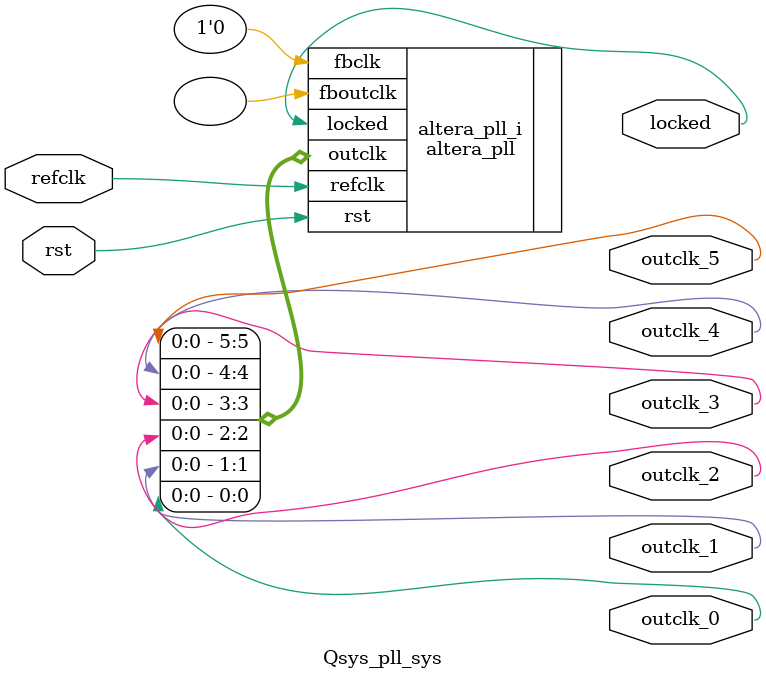
<source format=v>
`timescale 1ns/10ps
module  Qsys_pll_sys(

	// interface 'refclk'
	input wire refclk,

	// interface 'reset'
	input wire rst,

	// interface 'outclk0'
	output wire outclk_0,

	// interface 'outclk1'
	output wire outclk_1,

	// interface 'outclk2'
	output wire outclk_2,

	// interface 'outclk3'
	output wire outclk_3,

	// interface 'outclk4'
	output wire outclk_4,

	// interface 'outclk5'
	output wire outclk_5,

	// interface 'locked'
	output wire locked
);

	altera_pll #(
		.fractional_vco_multiplier("false"),
		.reference_clock_frequency("50.0 MHz"),
		.operation_mode("normal"),
		.number_of_clocks(6),
		.output_clock_frequency0("100.000000 MHz"),
		.phase_shift0("0 ps"),
		.duty_cycle0(50),
		.output_clock_frequency1("100.000000 MHz"),
		.phase_shift1("-3000 ps"),
		.duty_cycle1(50),
		.output_clock_frequency2("100.000000 MHz"),
		.phase_shift2("0 ps"),
		.duty_cycle2(50),
		.output_clock_frequency3("40.000000 MHz"),
		.phase_shift3("0 ps"),
		.duty_cycle3(50),
		.output_clock_frequency4("20.000000 MHz"),
		.phase_shift4("0 ps"),
		.duty_cycle4(50),
		.output_clock_frequency5("20.000000 MHz"),
		.phase_shift5("0 ps"),
		.duty_cycle5(50),
		.output_clock_frequency6("0 MHz"),
		.phase_shift6("0 ps"),
		.duty_cycle6(50),
		.output_clock_frequency7("0 MHz"),
		.phase_shift7("0 ps"),
		.duty_cycle7(50),
		.output_clock_frequency8("0 MHz"),
		.phase_shift8("0 ps"),
		.duty_cycle8(50),
		.output_clock_frequency9("0 MHz"),
		.phase_shift9("0 ps"),
		.duty_cycle9(50),
		.output_clock_frequency10("0 MHz"),
		.phase_shift10("0 ps"),
		.duty_cycle10(50),
		.output_clock_frequency11("0 MHz"),
		.phase_shift11("0 ps"),
		.duty_cycle11(50),
		.output_clock_frequency12("0 MHz"),
		.phase_shift12("0 ps"),
		.duty_cycle12(50),
		.output_clock_frequency13("0 MHz"),
		.phase_shift13("0 ps"),
		.duty_cycle13(50),
		.output_clock_frequency14("0 MHz"),
		.phase_shift14("0 ps"),
		.duty_cycle14(50),
		.output_clock_frequency15("0 MHz"),
		.phase_shift15("0 ps"),
		.duty_cycle15(50),
		.output_clock_frequency16("0 MHz"),
		.phase_shift16("0 ps"),
		.duty_cycle16(50),
		.output_clock_frequency17("0 MHz"),
		.phase_shift17("0 ps"),
		.duty_cycle17(50),
		.pll_type("General"),
		.pll_subtype("General")
	) altera_pll_i (
		.rst	(rst),
		.outclk	({outclk_5, outclk_4, outclk_3, outclk_2, outclk_1, outclk_0}),
		.locked	(locked),
		.fboutclk	( ),
		.fbclk	(1'b0),
		.refclk	(refclk)
	);
endmodule


</source>
